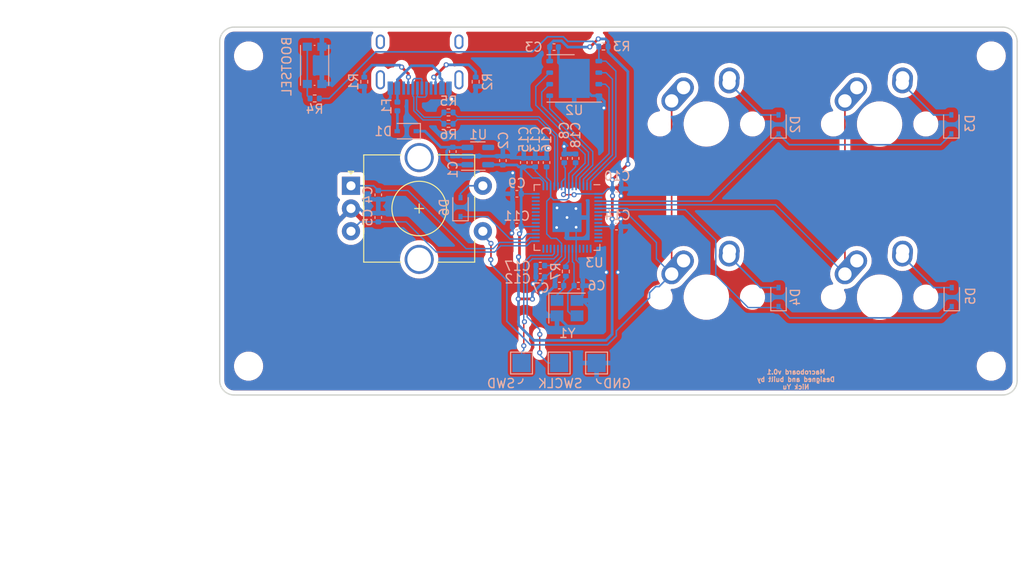
<source format=kicad_pcb>
(kicad_pcb (version 20211014) (generator pcbnew)
  (layers (0 "F.Cu" signal) (31 "B.Cu" signal) (34 "B.Paste" user) (35 "F.Paste" user) (36 "B.SilkS" user "B.Silkscreen") (37 "F.SilkS" user "F.Silkscreen") (38 "B.Mask" user) (39 "F.Mask" user) (44 "Edge.Cuts" user))
  (net 0 "")
  (net 1 "GND")
  (net 2 "ROW0")
  (net 3 "Net-(D1-Pad2)")
  (net 4 "ROW1")
  (net 5 "Net-(D2-Pad2)")
  (net 6 "Net-(D3-Pad2)")
  (net 7 "Net-(D4-Pad2)")
  (net 8 "D+")
  (net 9 "D-")
  (net 10 "COL0")
  (net 11 "COL1")
  (net 12 "VBUS")
  (net 16 "Net-(C1-Pad1)")
  (net 17 "+3.3V")
  (net 18 "+1V1")
  (net 19 "ROT0")
  (net 20 "ROT1")
  (net 21 "XIN")
  (net 22 "ROW2")
  (net 23 "Net-(D5-Pad2)")
  (net 24 "Net-(D6-Pad2)")
  (net 25 "SWD")
  (net 26 "SWCLK")
  (net 27 "BOOTSEL")
  (net 28 "QSPI_SS")
  (net 29 "XOUT")
  (net 30 "QSPI_SD3")
  (net 31 "QSPI_CLK")
  (net 32 "QSPI_SD0")
  (net 33 "QSPI_SD2")
  (net 34 "QSPI_SD1")
  (net 35 "Net-(C7-Pad2)")
  (net 36 "Net-(R1-Pad1)")
  (net 37 "Net-(R2-Pad1)")
  (footprint "MX_Alps_Hybrid:MX-1U-NoLED" (layer "F.Cu") (at 178.1125 88.45)
    (fp_text reference "MX2")
    (fp_text value "MX-NoLED" hide)
  )
  (footprint "Rotary_Encoder:RotaryEncoder_Alps_EC11E-Switch_Vertical_H20mm_CircularMountingHoles" (layer "F.Cu") (at 120 95.25)
    (fp_text reference "SW1" hide)
    (fp_text value "RotaryEncoder_Switch")
  )
  (footprint "MX_Alps_Hybrid:MX-1U-NoLED" (layer "F.Cu") (at 159.0625 107.5)
    (fp_text reference "MX3")
    (fp_text value "MX-NoLED" hide)
  )
  (footprint "MountingHole:MountingHole_2.2mm_M2" (layer "F.Cu") (at 108.74375 80.9625)
    (fp_text reference "H4" hide)
    (fp_text value "MountingHole" hide)
  )
  (footprint "MountingHole:MountingHole_2.2mm_M2" (layer "F.Cu") (at 190.3875 80.9625)
    (fp_text reference "H3" hide)
    (fp_text value "MountingHole" hide)
  )
  (footprint "MountingHole:MountingHole_2.2mm_M2" (layer "F.Cu") (at 190.3875 115.09375)
    (fp_text reference "H1" hide)
    (fp_text value "MountingHole" hide)
  )
  (footprint "MX_Alps_Hybrid:MX-1U-NoLED" (layer "F.Cu") (at 178.1125 107.5)
    (fp_text reference "MX4")
    (fp_text value "MX-NoLED" hide)
  )
  (footprint "MX_Alps_Hybrid:MX-1U-NoLED" (layer "F.Cu") (at 159.0625 88.45)
    (fp_text reference "MX1")
    (fp_text value "MX-NoLED" hide)
  )
  (footprint "MountingHole:MountingHole_2.2mm_M2" (layer "F.Cu") (at 108.74375 115.09375)
    (fp_text reference "H2" hide)
    (fp_text value "MountingHole" hide)
  )
  (footprint "Resistor_SMD:R_0402_1005Metric" (layer "B.Cu") (at 130.72 88.43)
    (fp_text reference "R6")
    (fp_text value "27.4")
  )
  (footprint "Crystal:Crystal_SMD_3225-4Pin_3.2x2.5mm" (layer "B.Cu") (at 143.75 108.71)
    (fp_text reference "Y1")
    (fp_text value "12MHz")
  )
  (footprint "Resistor_SMD:R_0402_1005Metric" (layer "B.Cu") (at 130.72 87.18)
    (fp_text reference "R5")
    (fp_text value "27.4")
  )
  (footprint "Diode_SMD:D_SOD-323" (layer "B.Cu") (at 132.04 97.6 90)
    (fp_text reference "D6")
    (fp_text value "D_Small")
  )
  (footprint "Type-C:HRO-TYPE-C-31-M-12-Assembly" (layer "B.Cu") (at 127.55 76.805)
    (fp_text reference "USB1" hide)
    (fp_text value "TYPE-C-31-M-12")
  )
  (footprint "Diode_SMD:D_SOD-323" (layer "B.Cu") (at 186 88.5 90)
    (fp_text reference "D3")
    (fp_text value "D_Small")
  )
  (footprint "Capacitor_SMD:C_0402_1005Metric" (layer "B.Cu") (at 138.24 96.13 180)
    (fp_text reference "C9")
    (fp_text value "100nF")
  )
  (footprint "Capacitor_SMD:C_0402_1005Metric" (layer "B.Cu") (at 142.325 79.99)
    (fp_text reference "C3")
    (fp_text value "100nF")
  )
  (footprint "TestPoint:TestPoint_Pad_2.0x2.0mm" (layer "B.Cu") (at 138.75 114.75 -90)
    (fp_text reference "J2" hide)
    (fp_text value "Conn_01x01_Male")
  )
  (footprint "Diode_SMD:D_SOD-323" (layer "B.Cu") (at 186.05 107.5 90)
    (fp_text reference "D5")
    (fp_text value "D_Small")
  )
  (footprint "Resistor_SMD:R_0402_1005Metric" (layer "B.Cu") (at 133.71 83.805 -90)
    (fp_text reference "R2")
    (fp_text value "5.1k")
  )
  (footprint "Fuse:Fuse_0402_1005Metric" (layer "B.Cu") (at 125.1 86.515 -90)
    (fp_text reference "F1")
    (fp_text value "Polyfuse")
  )
  (footprint "Package_SON:WSON-8-1EP_6x5mm_P1.27mm_EP3.4x4.3mm" (layer "B.Cu") (at 144.545 83.435 180)
    (fp_text reference "U2")
    (fp_text value "W25Q128JVPIQ")
  )
  (footprint "Capacitor_SMD:C_0402_1005Metric" (layer "B.Cu") (at 149.22 95.58)
    (fp_text reference "C10")
    (fp_text value "100nF")
  )
  (footprint "Capacitor_SMD:C_0402_1005Metric" (layer "B.Cu") (at 145 106.24 180)
    (fp_text reference "C6")
    (fp_text value "30pF")
  )
  (footprint "Capacitor_SMD:C_0402_1005Metric" (layer "B.Cu") (at 136.6975 92.48 90)
    (fp_text reference "C2")
    (fp_text value "10uF")
  )
  (footprint "Capacitor_SMD:C_0402_1005Metric" (layer "B.Cu") (at 123 96.25 -90)
    (fp_text reference "C4")
    (fp_text value "10nF")
  )
  (footprint "Package_TO_SOT_SMD:SOT-23-5" (layer "B.Cu") (at 133.9475 91.98)
    (fp_text reference "U1")
    (fp_text value "AP2112K-3.3")
  )
  (footprint "Capacitor_SMD:C_0402_1005Metric" (layer "B.Cu") (at 140.25 92.69 90)
    (fp_text reference "C13")
    (fp_text value "100nF")
  )
  (footprint "Diode_SMD:D_SOD-323" (layer "B.Cu") (at 167 107.5 90)
    (fp_text reference "D4")
    (fp_text value "D_Small")
  )
  (footprint "Resistor_SMD:R_0402_1005Metric" (layer "B.Cu") (at 116.01 85.64)
    (fp_text reference "R4")
    (fp_text value "1K")
  )
  (footprint "Capacitor_SMD:C_0402_1005Metric" (layer "B.Cu") (at 149.19 99.74)
    (fp_text reference "C14")
    (fp_text value "100nF")
  )
  (footprint "TestPoint:TestPoint_Pad_2.0x2.0mm" (layer "B.Cu") (at 147 114.75 -90)
    (fp_text reference "J1" hide)
    (fp_text value "Conn_01x01_Male")
  )
  (footprint "Diode_SMD:D_SOD-323" (layer "B.Cu") (at 167 88.5 90)
    (fp_text reference "D2")
    (fp_text value "D_Small")
  )
  (footprint "Capacitor_SMD:C_0402_1005Metric" (layer "B.Cu") (at 140.81 105.27 180)
    (fp_text reference "C12")
    (fp_text value "100nF")
  )
  (footprint "Capacitor_SMD:C_0402_1005Metric" (layer "B.Cu") (at 139 92.69 90)
    (fp_text reference "C15")
    (fp_text value "1uF")
  )
  (footprint "Diode_SMD:D_SOD-323" (layer "B.Cu") (at 126.13 89.24 180)
    (fp_text reference "D1")
    (fp_text value "D_Schottky_Small")
  )
  (footprint "Capacitor_SMD:C_0402_1005Metric" (layer "B.Cu") (at 142.91 106.23)
    (fp_text reference "C7")
    (fp_text value "30pF")
  )
  (footprint "Capacitor_SMD:C_0402_1005Metric" (layer "B.Cu") (at 131.1975 91.485285 -90)
    (fp_text reference "C1")
    (fp_text value "10uF")
  )
  (footprint "Capacitor_SMD:C_0402_1005Metric" (layer "B.Cu") (at 141.5 92.69 90)
    (fp_text reference "C16")
    (fp_text value "1uF")
  )
  (footprint "Resistor_SMD:R_0402_1005Metric" (layer "B.Cu") (at 143.62 104.68 90)
    (fp_text reference "R7")
    (fp_text value "1K")
  )
  (footprint "Capacitor_SMD:C_0402_1005Metric" (layer "B.Cu") (at 123 98.74 -90)
    (fp_text reference "C5")
    (fp_text value "10nF")
  )
  (footprint "Resistor_SMD:R_0402_1005Metric" (layer "B.Cu") (at 147.755 79.925 180)
    (fp_text reference "R3")
    (fp_text value "10k")
  )
  (footprint "Capacitor_SMD:C_0402_1005Metric" (layer "B.Cu") (at 140.81 104.03 180)
    (fp_text reference "C17")
    (fp_text value "100nF")
  )
  (footprint "Resistor_SMD:R_0402_1005Metric" (layer "B.Cu") (at 121.46 83.805 -90)
    (fp_text reference "R1")
    (fp_text value "5.1k")
  )
  (footprint "Package_DFN_QFN:QFN-56-1EP_7x7mm_P0.4mm_EP3.2x3.2mm" (layer "B.Cu") (at 143.75 98.74 180)
    (fp_text reference "U3")
    (fp_text value "RP2040")
  )
  (footprint "Capacitor_SMD:C_0402_1005Metric" (layer "B.Cu") (at 143.445 92.23 90)
    (fp_text reference "C8")
    (fp_text value "100nF")
  )
  (footprint "Capacitor_SMD:C_0402_1005Metric" (layer "B.Cu") (at 138.23 99.74 180)
    (fp_text reference "C11")
    (fp_text value "100nF")
  )
  (footprint "TestPoint:TestPoint_Pad_2.0x2.0mm" (layer "B.Cu") (at 142.89 114.75 -90)
    (fp_text reference "J3" hide)
    (fp_text value "Conn_01x01_Male")
  )
  (footprint "Button_Switch_SMD:SW_Push_1P1T_NO_CK_KMR2" (layer "B.Cu") (at 116 82 -90)
    (fp_text reference "SW2" hide)
    (fp_text value "SW_Push")
  )
  (footprint "Capacitor_SMD:C_0402_1005Metric" (layer "B.Cu") (at 144.695 92.23 90)
    (fp_text reference "C18")
    (fp_text value "100nF")
  )
  (gr_arc (start 147.5 117) (mid 147.146447 116.853553) (end 147 116.5) (layer "B.SilkS") (width 0.15))
  (gr_arc (start 138.896447 116.5) (mid 138.75 116.853553) (end 138.396447 117) (layer "B.SilkS") (width 0.15))
  (gr_line (start 191.646218 77.7875) (end 107.15625 77.7875) (layer "Edge.Cuts") (width 0.15))
  (gr_line (start 191.646218 118.26875) (end 107.15625 118.26875) (layer "Edge.Cuts") (width 0.15))
  (gr_arc (start 193.233718 116.68125) (mid 192.76875 117.803782) (end 191.646218 118.26875) (layer "Edge.Cuts") (width 0.15))
  (gr_arc (start 107.15625 118.26875) (mid 106.033718 117.803782) (end 105.56875 116.68125) (layer "Edge.Cuts") (width 0.15))
  (gr_line (start 105.56875 116.68125) (end 105.56875 79.375) (layer "Edge.Cuts") (width 0.15))
  (gr_arc (start 191.646218 77.7875) (mid 192.76875 78.252468) (end 193.233718 79.375) (layer "Edge.Cuts") (width 0.15))
  (gr_arc (start 105.56875 79.375) (mid 106.033718 78.252468) (end 107.15625 77.7875) (layer "Edge.Cuts") (width 0.15))
  (gr_line (start 193.233718 79.375) (end 193.233718 116.68125) (layer "Edge.Cuts") (width 0.15))
  (gr_text "BOOTSEL" (at 112.94 82.1 90) (layer "B.SilkS") (effects (font (size 1 1)) (justify mirror)))
  (gr_text "GND" (at 149.25 117) (layer "B.SilkS") (effects (font (size 1 1)) (justify mirror)))
  (gr_text "SWCLK" (at 143 117) (layer "B.SilkS") (effects (font (size 1 1)) (justify mirror)))
  (gr_text "Macroboard v0.1\nDesigned and built by\nNick Yu" (at 168.916282 116.560032) (layer "B.SilkS") (effects (font (size 0.508 0.508) (thickness 0.127)) (justify mirror)))
  (gr_text "SWD" (at 136.5 117) (layer "B.SilkS") (effects (font (size 1 1)) (justify mirror)))
  (segment (start 141.71 91.12) (end 138.02 91.12) (width 0.3) (layer "F.Cu") (net 1))
  (segment (start 137.672087 100.48918) (end 137.73 100.547093) (width 0.3) (layer "F.Cu") (net 1))
  (segment (start 149.66 98.89) (end 149.7 98.85) (width 0.3) (layer "F.Cu") (net 1))
  (segment (start 141.71 91.12) (end 141.91 90.92) (width 0.3) (layer "F.Cu") (net 1))
  (segment (start 141.91 90.92) (end 143.43 90.92) (width 0.3) (layer "F.Cu") (net 1))
  (segment (start 149.3335 104.77) (end 148.0865 104.77) (width 0.3) (layer "F.Cu") (net 1))
  (segment (start 140.02 106.14) (end 140.894266 107.014266) (width 0.3) (layer "F.Cu") (net 1))
  (segment (start 137.672087 100.467923) (end 137.672087 103.692087) (width 0.3) (layer "F.Cu") (net 1))
  (segment (start 149.7 96.78) (end 149.7 96.3743) (width 0.3) (layer "F.Cu") (net 1))
  (segment (start 137.672087 100.467923) (end 137.672087 100.48918) (width 0.3) (layer "F.Cu") (net 1))
  (segment (start 137.78 91.36) (end 137.78 93.83) (width 0.3) (layer "F.Cu") (net 1))
  (segment (start 140.02 106.04) (end 140.02 106.14) (width 0.3) (layer "F.Cu") (net 1))
  (segment (start 136.29 85.7) (end 141.71 91.12) (width 0.3) (layer "F.Cu") (net 1))
  (segment (start 149.7 98.85) (end 149.7 96.78) (width 0.3) (layer "F.Cu") (net 1))
  (segment (start 149.7 96.3743) (end 149.69 96.3643) (width 0.3) (layer "F.Cu") (net 1))
  (segment (start 137.672087 103.692087) (end 140.02 106.04) (width 0.3) (layer "F.Cu") (net 1))
  (segment (start 138.02 91.12) (end 137.78 91.36) (width 0.3) (layer "F.Cu") (net 1))
  (segment (start 131.07 85.7) (end 136.29 85.7) (width 0.3) (layer "F.Cu") (net 1))
  (via (at 140.02 106.04) (size 0.56) (drill 0.3) (layers "F.Cu" "B.Cu") (net 1))
  (via (at 143.43 90.92) (size 0.56) (drill 0.3) (layers "F.Cu" "B.Cu") (net 1))
  (via (at 141.71 91.12) (size 0.56) (drill 0.3) (layers "F.Cu" "B.Cu") (net 1))
  (via (at 147.795 86.685) (size 0.56) (drill 0.3) (layers "F.Cu" "B.Cu") (net 1))
  (via (at 143.75 98.74) (size 0.56) (drill 0.3) (layers "F.Cu" "B.Cu") (net 1))
  (via (at 148.0605 104.77) (size 0.56) (drill 0.3) (layers "F.Cu" "B.Cu") (net 1))
  (via (at 142.61 99.84) (size 0.56) (drill 0.3) (layers "F.Cu" "B.Cu") (net 1))
  (via (at 149.3595 104.77) (size 0.56) (drill 0.3) (layers "F.Cu" "B.Cu") (net 1))
  (via (at 144.73 97.76) (size 0.56) (drill 0.3) (layers "F.Cu" "B.Cu") (net 1))
  (via (at 142.65 97.68) (size 0.56) (drill 0.3) (layers "F.Cu" "B.Cu") (net 1))
  (via (at 149.66 98.89) (size 0.56) (drill 0.3) (layers "F.Cu" "B.Cu") (net 1))
  (via (at 131.07 85.7) (size 0.56) (drill 0.3) (layers "F.Cu" "B.Cu") (net 1))
  (via (at 149.69 96.3643) (size 0.56) (drill 0.3) (layers "F.Cu" "B.Cu") (net 1))
  (via (at 137.672087 100.467923) (size 0.56) (drill 0.3) (layers "F.Cu" "B.Cu") (net 1))
  (via (at 144.75 99.81) (size 0.56) (drill 0.3) (layers "F.Cu" "B.Cu") (net 1))
  (via (at 137.78 93.83) (size 0.56) (drill 0.3) (layers "F.Cu" "B.Cu") (net 1))
  (via (at 140.894266 107.014266) (size 0.56) (drill 0.3) (layers "F.Cu" "B.Cu") (net 1))
  (segment (start 147.8653 85.9603) (end 147.8653 86.6147) (width 0.3) (layer "B.Cu") (net 1))
  (segment (start 149.66 98.89) (end 149.67 98.9) (width 0.3) (layer "B.Cu") (net 1))
  (segment (start 147.8653 86.6147) (end 147.795 86.685) (width 0.3) (layer "B.Cu") (net 1))
  (segment (start 137.75 100.39001) (end 137.75 99.74) (width 0.3) (layer "B.Cu") (net 1))
  (segment (start 141.21 107.33) (end 141.33 107.33) (width 0.3) (layer "B.Cu") (net 1))
  (segment (start 137.76 96.13) (end 137.82 96.07) (width 0.3) (layer "B.Cu") (net 1))
  (segment (start 141.51 92.2) (end 141.5 92.21) (width 0.3) (layer "B.Cu") (net 1))
  (segment (start 142.805 81.695) (end 144.545 83.435) (width 0.3) (layer "B.Cu") (net 1))
  (segment (start 137.75 96.14) (end 137.76 96.13) (width 0.3) (layer "B.Cu") (net 1))
  (segment (start 124.325 85.575) (end 124.05 85.85) (width 0.3) (layer "B.Cu") (net 1))
  (segment (start 143.755 98.745) (end 143.75 98.74) (width 0.1524) (layer "B.Cu") (net 1))
  (segment (start 130.775 85.405) (end 131.07 85.7) (width 0.3) (layer "B.Cu") (net 1))
  (segment (start 146.27 108.69) (end 146.27 110.11) (width 0.3) (layer "B.Cu") (net 1))
  (segment (start 149.3335 104.77) (end 149.3595 104.77) (width 0.1524) (layer "B.Cu") (net 1))
  (segment (start 147.245 85.34) (end 147.8653 85.9603) (width 0.3) (layer "B.Cu") (net 1))
  (segment (start 140.33 105.27) (end 140.33 104.03) (width 0.3) (layer "B.Cu") (net 1))
  (segment (start 144.75 102.1775) (end 144.75 103.4) (width 0.1524) (layer "B.Cu") (net 1))
  (segment (start 145.83 104.77) (end 145.48 105.12) (width 0.3) (layer "B.Cu") (net 1))
  (segment (start 145.48 104.13) (end 145.48 105.12) (width 0.1524) (layer "B.Cu") (net 1))
  (segment (start 124.325 84.5) (end 124.325 85.575) (width 0.3) (layer "B.Cu") (net 1))
  (segment (start 137.76 93.85) (end 137.78 93.83) (width 0.3) (layer "B.Cu") (net 1))
  (segment (start 131.1975 91.98) (end 132.81 91.98) (width 0.3) (layer "B.Cu") (net 1))
  (segment (start 141.51 91.32) (end 141.51 92.2) (width 0.3) (layer "B.Cu") (net 1))
  (segment (start 122.23 85.85) (end 121.46 85.08) (width 0.3) (layer "B.Cu") (net 1))
  (segment (start 143.445 90.935) (end 143.43 90.92) (width 0.3) (layer "B.Cu") (net 1))
  (segment (start 144.75 99.74) (end 143.755 98.745) (width 0.1524) (layer "B.Cu") (net 1))
  (segment (start 149.67 98.9) (end 149.67 99.74) (width 0.3) (layer "B.Cu") (net 1))
  (segment (start 136.6975 92) (end 137.39 92) (width 0.3) (layer "B.Cu") (net 1))
  (segment (start 146.45 85.34) (end 144.545 83.435) (width 0.3) (layer "B.Cu") (net 1))
  (segment (start 149.67 103.58) (end 149.67 103.64) (width 0.3) (layer "B.Cu") (net 1))
  (segment (start 148.0865 104.77) (end 148.0605 104.77) (width 0.1524) (layer "B.Cu") (net 1))
  (segment (start 140.33 105.73) (end 140.02 106.04) (width 0.3) (layer "B.Cu") (net 1))
  (segment (start 149.67 103.64) (end 149.67 104.4335) (width 0.3) (layer "B.Cu") (net 1))
  (segment (start 141.84 109.56) (end 141.33 109.05) (width 0.3) (layer "B.Cu") (net 1))
  (segment (start 147.245 85.34) (end 146.45 85.34) (width 0.3) (layer "B.Cu") (net 1))
  (segment (start 140.33 105.27) (end 140.33 105.73) (width 0.3) (layer "B.Cu") (net 1))
  (segment (start 124.05 85.85) (end 122.23 85.85) (width 0.3) (layer "B.Cu") (net 1))
  (segment (start 143.445 91.75) (end 144.695 91.75) (width 0.1524) (layer "B.Cu") (net 1))
  (segment (start 123 96.73) (end 123 98.26) (width 0.3) (layer "B.Cu") (net 1))
  (segment (start 137.39 92) (end 137.6 92.21) (width 0.3) (layer "B.Cu") (net 1))
  (segment (start 137.6 92.21) (end 139 92.21) (width 0.3) (layer "B.Cu") (net 1))
  (segment (start 142.805 79.99) (end 142.805 81.695) (width 0.3) (layer "B.Cu") (net 1))
  (segment (start 145.48 107.23) (end 144.85 107.86) (width 0.3) (layer "B.Cu") (net 1))
  (segment (start 143.445 91.75) (end 143.445 90.935) (width 0.3) (layer "B.Cu") (net 1))
  (segment (start 122.91 98.35) (end 123 98.26) (width 0.3) (layer "B.Cu") (net 1))
  (segment (start 133.71 84.89) (end 133.71 84.315) (width 0.3) (layer "B.Cu") (net 1))
  (segment (start 121.54 98.35) (end 122.91 98.35) (width 0.3) (layer "B.Cu") (net 1))
  (segment (start 148.0865 104.77) (end 145.83 104.77) (width 0.3) (layer "B.Cu") (net 1))
  (segment (start 136.6975 92) (end 132.83 92) (width 0.3) (layer "B.Cu") (net 1))
  (segment (start 137.75 99.74) (end 137.75 96.14) (width 0.3) (layer "B.Cu") (net 1))
  (segment (start 144.85 107.86) (end 145.44 107.86) (width 0.3) (layer "B.Cu") (net 1))
  (segment (start 132.9 85.7) (end 133.71 84.89) (width 0.3) (layer "B.Cu") (net 1))
  (segment (start 131.07 85.7) (end 132.9 85.7) (width 0.3) (layer "B.Cu") (net 1))
  (segment (start 137.76 96.13) (end 137.76 93.85) (width 0.3) (layer "B.Cu") (net 1))
  (segment (start 141.33 109.05) (end 141.33 107.33) (width 0.3) (layer "B.Cu") (net 1))
  (segment (start 145.44 107.86) (end 146.27 108.69) (width 0.3) (layer "B.Cu") (net 1))
  (segment (start 144.75 102.1775) (end 144.75 99.81) (width 0.1524) (layer "B.Cu") (net 1))
  (segment (start 141.71 91.12) (end 141.51 91.32) (width 0.3) (layer "B.Cu") (net 1))
  (segment (start 140.894266 107.014266) (end 141.21 107.33) (width 0.3) (layer "B.Cu") (net 1))
  (segment (start 132.83 92) (end 132.81 91.98) (width 0.3) (layer "B.Cu") (net 1))
  (segment (start 149.7 96.3543) (end 149.69 96.3643) (width 0.3) (layer "B.Cu") (net 1))
  (segment (start 149.67 103.58) (end 149.67 99.74) (width 0.3) (layer "B.Cu") (net 1))
  (segment (start 144.75 99.81) (end 144.75 99.75) (width 0.1524) (layer "B.Cu") (net 1))
  (segment (start 144.75 103.4) (end 145.48 104.13) (width 0.1524) (layer "B.Cu") (net 1))
  (segment (start 142.65 109.56) (end 141.84 109.56) (width 0.3) (layer "B.Cu") (net 1))
  (segment (start 149.7 95.58) (end 149.7 96.3543) (width 0.3) (layer "B.Cu") (net 1))
  (segment (start 145.48 106.24) (end 145.48 105.12) (width 0.3) (layer "B.Cu") (net 1))
  (segment (start 116.8 79.95) (end 116.8 84.05) (width 0.3) (layer "B.Cu") (net 1))
  (segment (start 145.48 106.24) (end 145.48 107.23) (width 0.3) (layer "B.Cu") (net 1))
  (segment (start 141.5 92.21) (end 139 92.21) (width 0.3) (layer "B.Cu") (net 1))
  (segment (start 137.672087 100.467923) (end 137.75 100.39001) (width 0.3) (layer "B.Cu") (net 1))
  (segment (start 141.33 107.33) (end 142.43 106.23) (width 0.3) (layer "B.Cu") (net 1))
  (segment (start 149.67 104.4335) (end 149.3335 104.77) (width 0.3) (layer "B.Cu") (net 1))
  (segment (start 143.79 110.7) (end 142.65 109.56) (width 0.3) (layer "B.Cu") (net 1))
  (segment (start 144.75 99.75) (end 144.75 99.74) (width 0.1524) (layer "B.Cu") (net 1))
  (segment (start 121.46 85.08) (end 121.46 84.315) (width 0.3) (layer "B.Cu") (net 1))
  (segment (start 145.68 110.7) (end 143.79 110.7) (width 0.3) (layer "B.Cu") (net 1))
  (segment (start 120.94 97.75) (end 121.54 98.35) (width 0.3) (layer "B.Cu") (net 1))
  (segment (start 120 97.75) (end 120.94 97.75) (width 0.3) (layer "B.Cu") (net 1))
  (segment (start 146.27 110.11) (end 145.68 110.7) (width 0.3) (layer "B.Cu") (net 1))
  (segment (start 130.775 84.5) (end 130.775 85.405) (width 0.3) (layer "B.Cu") (net 1))
  (segment (start 184.816579 90.733421) (end 186 89.55) (width 0.18) (layer "B.Cu") (net 2))
  (segment (start 168.183421 90.733421) (end 184.816579 90.733421) (width 0.18) (layer "B.Cu") (net 2))
  (segment (start 159.61 96.94) (end 167 89.55) (width 0.1524) (layer "B.Cu") (net 2))
  (segment (start 167 89.55) (end 168.183421 90.733421) (width 0.18) (layer "B.Cu") (net 2))
  (segment (start 147.1875 96.94) (end 159.61 96.94) (width 0.1524) (layer "B.Cu") (net 2))
  (segment (start 125.1 89.22) (end 125.08 89.24) (width 0.3) (layer "B.Cu") (net 3))
  (segment (start 125.1 87) (end 125.1 89.22) (width 0.3) (layer "B.Cu") (net 3))
  (segment (start 168.233421 109.783421) (end 167 108.55) (width 0.18) (layer "B.Cu") (net 4))
  (segment (start 156.76 97.89) (end 150.531948 97.89) (width 0.1524) (layer "B.Cu") (net 4))
  (segment (start 163.665855 108.650721) (end 160.104658 105.089524) (width 0.1524) (layer "B.Cu") (net 4))
  (segment (start 160.104658 105.089524) (end 160.104658 101.234658) (width 0.1524) (layer "B.Cu") (net 4))
  (segment (start 184.816579 109.783421) (end 168.233421 109.783421) (width 0.18) (layer "B.Cu") (net 4))
  (segment (start 150.531948 97.89) (end 150.381948 97.74) (width 0.1524) (layer "B.Cu") (net 4))
  (segment (start 167 108.55) (end 166.899279 108.650721) (width 0.1524) (layer "B.Cu") (net 4))
  (segment (start 186.05 108.55) (end 184.816579 109.783421) (width 0.18) (layer "B.Cu") (net 4))
  (segment (start 160.104658 101.234658) (end 156.76 97.89) (width 0.1524) (layer "B.Cu") (net 4))
  (segment (start 166.899279 108.650721) (end 163.665855 108.650721) (width 0.1524) (layer "B.Cu") (net 4))
  (segment (start 150.381948 97.74) (end 147.1875 97.74) (width 0.1524) (layer "B.Cu") (net 4))
  (segment (start 165.0625 87.45) (end 167 87.45) (width 0.18) (layer "B.Cu") (net 5))
  (segment (start 161.5625 83.95) (end 165.0625 87.45) (width 0.18) (layer "B.Cu") (net 5))
  (segment (start 180.6125 84.0125) (end 184.05 87.45) (width 0.18) (layer "B.Cu") (net 6))
  (segment (start 180.6125 83.95) (end 180.6125 84.0125) (width 0.18) (layer "B.Cu") (net 6))
  (segment (start 184.05 87.45) (end 186 87.45) (width 0.18) (layer "B.Cu") (net 6))
  (segment (start 161.5625 103) (end 165.0125 106.45) (width 0.18) (layer "B.Cu") (net 7))
  (segment (start 165.0125 106.45) (end 167 106.45) (width 0.18) (layer "B.Cu") (net 7))
  (segment (start 128.040374 87.7) (end 129.8 87.7) (width 0.1524) (layer "B.Cu") (net 8))
  (segment (start 130.21 87.18) (end 131.23 87.18) (width 0.1524) (layer "B.Cu") (net 8))
  (segment (start 129.8 87.7) (end 130.21 87.29) (width 0.1524) (layer "B.Cu") (net 8))
  (segment (start 142.702401 95.254901) (end 142.702401 89.686873) (width 0.1524) (layer "B.Cu") (net 8))
  (segment (start 128.3 85.33) (end 128.3 84.5) (width 0.1524) (layer "B.Cu") (net 8))
  (segment (start 127.4126 85.49) (end 128.14 85.49) (width 0.1524) (layer "B.Cu") (net 8))
  (segment (start 142.75 95.3025) (end 142.702401 95.254901) (width 0.1524) (layer "B.Cu") (net 8))
  (segment (start 128.14 85.49) (end 128.3 85.33) (width 0.1524) (layer "B.Cu") (net 8))
  (segment (start 130.21 87.29) (end 130.21 87.18) (width 0.1524) (layer "B.Cu") (net 8))
  (segment (start 140.668127 87.652599) (end 131.702599 87.652599) (width 0.1524) (layer "B.Cu") (net 8))
  (segment (start 127.3 85.3774) (end 127.4126 85.49) (width 0.1524) (layer "B.Cu") (net 8))
  (segment (start 127.21 85.4674) (end 127.21 86.869626) (width 0.1524) (layer "B.Cu") (net 8))
  (segment (start 142.702401 89.686873) (end 140.668127 87.652599) (width 0.1524) (layer "B.Cu") (net 8))
  (segment (start 131.702599 87.652599) (end 131.23 87.18) (width 0.1524) (layer "B.Cu") (net 8))
  (segment (start 127.21 86.869626) (end 128.040374 87.7) (width 0.1524) (layer "B.Cu") (net 8))
  (segment (start 127.3 84.5) (end 127.3 85.3774) (width 0.1524) (layer "B.Cu") (net 8))
  (segment (start 127.3 85.3774) (end 127.21 85.4674) (width 0.1524) (layer "B.Cu") (net 8))
  (segment (start 127.083947 87.173946) (end 127.914321 88.00432) (width 0.1524) (layer "B.Cu") (net 9))
  (segment (start 131.23 88.43) (end 130.21 88.43) (width 0.1524) (layer "B.Cu") (net 9))
  (segment (start 126.8 83.6226) (end 126.9726 83.45) (width 0.1524) (layer "B.Cu") (net 9))
  (segment (start 129.78432 88.00432) (end 130.21 88.43) (width 0.1524) (layer "B.Cu") (net 9))
  (segment (start 126.90568 85.48568) (end 126.90568 86.99568) (width 0.1524) (layer "B.Cu") (net 9))
  (segment (start 126.90568 86.99568) (end 127.083947 87.173946) (width 0.1524) (layer "B.Cu") (net 9))
  (segment (start 127.914321 88.00432) (end 129.78432 88.00432) (width 0.1524) (layer "B.Cu") (net 9))
  (segment (start 142.397599 89.813127) (end 140.541873 87.957401) (width 0.1524) (layer "B.Cu") (net 9))
  (segment (start 126.8 85.38) (end 126.90568 85.48568) (width 0.1524) (layer "B.Cu") (net 9))
  (segment (start 126.9726 83.45) (end 127.7 83.45) (width 0.1524) (layer "B.Cu") (net 9))
  (segment (start 142.397599 95.254901) (end 142.397599 89.813127) (width 0.1524) (layer "B.Cu") (net 9))
  (segment (start 127.7 83.45) (end 127.8 83.55) (width 0.1524) (layer "B.Cu") (net 9))
  (segment (start 131.702599 87.957401) (end 131.23 88.43) (width 0.1524) (layer "B.Cu") (net 9))
  (segment (start 126.8 84.5) (end 126.8 85.38) (width 0.1524) (layer "B.Cu") (net 9))
  (segment (start 126.8 84.5) (end 126.8 83.6226) (width 0.1524) (layer "B.Cu") (net 9))
  (segment (start 127.8 83.55) (end 127.8 84.5) (width 0.1524) (layer "B.Cu") (net 9))
  (segment (start 140.541873 87.957401) (end 131.702599 87.957401) (width 0.1524) (layer "B.Cu") (net 9))
  (segment (start 142.35 95.3025) (end 142.397599 95.254901) (width 0.1524) (layer "B.Cu") (net 9))
  (segment (start 135.39 103.3595) (end 135.37 103.3795) (width 0.18) (layer "F.Cu") (net 10))
  (segment (start 155.2525 85.91) (end 155.2525 104.96) (width 0.18) (layer "F.Cu") (net 10))
  (segment (start 135.39 101.5905) (end 135.39 103.3595) (width 0.18) (layer "F.Cu") (net 10))
  (via (at 135.39 101.5905) (size 0.56) (drill 0.3) (layers "F.Cu" "B.Cu") (net 10))
  (via (at 135.37 103.3795) (size 0.56) (drill 0.3) (layers "F.Cu" "B.Cu") (net 10))
  (segment (start 152.817979 107.017639) (end 153.500139 106.335479) (width 0.18) (layer "B.Cu") (net 10))
  (segment (start 134.5 100.25) (end 134.5 100.7005) (width 0.18) (layer "B.Cu") (net 10))
  (segment (start 152.817979 107.572021) (end 152.817979 107.017639) (width 0.18) (layer "B.Cu") (net 10))
  (segment (start 147.1875 98.14) (end 150.22 98.14) (width 0.1524) (layer "B.Cu") (net 10))
  (segment (start 139.73 112.75) (end 148.189859 112.75) (width 0.18) (layer "B.Cu") (net 10))
  (segment (start 153.500139 106.335479) (end 153.877021 106.335479) (width 0.18) (layer "B.Cu") (net 10))
  (segment (start 148.189859 112.75) (end 149.16952 111.770339) (width 0.18) (layer "B.Cu") (net 10))
  (segment (start 149.16952 111.770339) (end 149.16952 111.22048) (width 0.18) (layer "B.Cu") (net 10))
  (segment (start 149.16952 111.22048) (end 152.817979 107.572021) (width 0.18) (layer "B.Cu") (net 10))
  (segment (start 134.5 100.7005) (end 135.39 101.5905) (width 0.18) (layer "B.Cu") (net 10))
  (segment (start 153.877021 106.335479) (end 155.2525 104.96) (width 0.18) (layer "B.Cu") (net 10))
  (segment (start 150.22 98.14) (end 153.58 101.5) (width 0.1524) (layer "B.Cu") (net 10))
  (segment (start 153.58 101.5) (end 153.58 103.2875) (width 0.1524) (layer "B.Cu") (net 10))
  (segment (start 135.37 103.88) (end 137.14 105.65) (width 0.18) (layer "B.Cu") (net 10))
  (segment (start 137.14 105.65) (end 137.14 110.16) (width 0.18) (layer "B.Cu") (net 10))
  (segment (start 135.37 103.3795) (end 135.37 103.88) (width 0.18) (layer "B.Cu") (net 10))
  (segment (start 137.14 110.16) (end 139.73 112.75) (width 0.18) (layer "B.Cu") (net 10))
  (segment (start 153.58 103.2875) (end 155.2525 104.96) (width 0.1524) (layer "B.Cu") (net 10))
  (segment (start 174.3025 85.91) (end 174.3025 104.96) (width 0.18) (layer "F.Cu") (net 11))
  (segment (start 174.4875 104.625) (end 175.6125 103.5) (width 0.25) (layer "F.Cu") (net 11))
  (segment (start 166.6825 97.34) (end 174.3025 104.96) (width 0.1524) (layer "B.Cu") (net 11))
  (segment (start 147.1875 97.34) (end 166.6825 97.34) (width 0.1524) (layer "B.Cu") (net 11))
  (segment (start 126.645978 82.04) (end 128.95 82.04) (width 0.3) (layer "B.Cu") (net 12))
  (segment (start 128.95 82.04) (end 129.765479 82.855479) (width 0.3) (layer "B.Cu") (net 12))
  (segment (start 129.765479 83.334397) (end 130 83.568918) (width 0.3) (layer "B.Cu") (net 12))
  (segment (start 125.1 84.5) (end 125.1 83.585978) (width 0.3) (layer "B.Cu") (net 12))
  (segment (start 125.1 83.585978) (end 126.645978 82.04) (width 0.3) (layer "B.Cu") (net 12))
  (segment (start 125.1 84.5) (end 125.1 86.03) (width 0.3) (layer "B.Cu") (net 12))
  (segment (start 130 83.568918) (end 130 84.5) (width 0.3) (layer "B.Cu") (net 12))
  (segment (start 129.765479 82.855479) (end 129.765479 83.334397) (width 0.3) (layer "B.Cu") (net 12))
  (segment (start 132.81 91.03) (end 131.222215 91.03) (width 0.3) (layer "B.Cu") (net 16))
  (segment (start 131.2075 92.93) (end 131.1975 92.94) (width 0.3) (layer "B.Cu") (net 16))
  (segment (start 128.12 89.24) (end 127.18 89.24) (width 0.3) (layer "B.Cu") (net 16))
  (segment (start 129.885285 91.005285) (end 128.12 89.24) (width 0.3) (layer "B.Cu") (net 16))
  (segment (start 131.1975 91.005285) (end 129.885285 91.005285) (width 0.3) (layer "B.Cu") (net 16))
  (segment (start 131.222215 91.03) (end 131.1975 91.005285) (width 0.3) (layer "B.Cu") (net 16))
  (segment (start 130.51798 91.41952) (end 130.932215 91.005285) (width 0.3) (layer "B.Cu") (net 16))
  (segment (start 130.932215 91.005285) (end 131.1975 91.005285) (width 0.3) (layer "B.Cu") (net 16))
  (segment (start 131.1975 92.94) (end 131.12693 92.94) (width 0.3) (layer "B.Cu") (net 16))
  (segment (start 132.81 92.93) (end 131.2075 92.93) (width 0.3) (layer "B.Cu") (net 16))
  (segment (start 131.12693 92.94) (end 130.51798 92.33105) (width 0.3) (layer "B.Cu") (net 16))
  (segment (start 130.51798 92.33105) (end 130.51798 91.41952) (width 0.3) (layer "B.Cu") (net 16))
  (segment (start 146.305 79.965) (end 146.255 79.965) (width 0.3) (layer "F.Cu") (net 17))
  (segment (start 147.180181 79.089819) (end 146.305 79.965) (width 0.3) (layer "F.Cu") (net 17))
  (segment (start 143.387335 96.235332) (end 143.366303 96.2143) (width 0.1524) (layer "F.Cu") (net 17))
  (segment (start 148.73 94.58) (end 150.44 92.87) (width 0.3) (layer "F.Cu") (net 17))
  (segment (start 139.94334 107.72) (end 139.92334 107.7) (width 0.3) (layer "F.Cu") (net 17))
  (segment (start 148.73 98.89) (end 148.73 96.79) (width 0.3) (layer "F.Cu") (net 17))
  (segment (start 138.526585 100.530011) (end 138.526585 102.973415) (width 0.3) (layer "F.Cu") (net 17))
  (segment (start 139.92334 107.7) (end 138.39 107.7) (width 0.3) (layer "F.Cu") (net 17))
  (segment (start 144.4997 96.235332) (end 143.387335 96.235332) (width 0.1524) (layer "F.Cu") (net 17))
  (segment (start 147.188499 79.089819) (end 147.180181 79.089819) (width 0.3) (layer "F.Cu") (net 17))
  (segment (start 138.526585 102.973415) (end 138.42 103.08) (width 0.3) (layer "F.Cu") (net 17))
  (segment (start 148.73 96.3843) (end 148.75 96.3643) (width 0.3) (layer "F.Cu") (net 17))
  (segment (start 148.72 98.9) (end 148.73 98.89) (width 0.3) (layer "F.Cu") (net 17))
  (segment (start 148.73 96.79) (end 148.73 96.3843) (width 0.3) (layer "F.Cu") (net 17))
  (segment (start 148.73 94.59) (end 148.73 94.58) (width 0.3) (layer "F.Cu") (net 17))
  (via (at 138.39 107.7) (size 0.56) (drill 0.3) (layers "F.Cu" "B.Cu") (net 17))
  (via (at 143.366303 96.2143) (size 0.56) (drill 0.3) (layers "F.Cu" "B.Cu") (net 17))
  (via (at 148.73 94.59) (size 0.56) (drill 0.3) (layers "F.Cu" "B.Cu") (net 17))
  (via (at 148.72 98.9) (size 0.56) (drill 0.3) (layers "F.Cu" "B.Cu") (net 17))
  (via (at 150.44 92.87) (size 0.56) (drill 0.3) (layers "F.Cu" "B.Cu") (net 17))
  (via (at 138.526585 100.530011) (size 0.56) (drill 0.3) (layers "F.Cu" "B.Cu") (net 17))
  (via (at 146.255 79.965) (size 0.56) (drill 0.3) (layers "F.Cu" "B.Cu") (net 17))
  (via (at 138.42 103.08) (size 0.56) (drill 0.3) (layers "F.Cu" "B.Cu") (net 17))
  (via (at 139.94334 107.72) (size 0.56) (drill 0.3) (layers "F.Cu" "B.Cu") (net 17))
  (via (at 144.5257 96.235332) (size 0.56) (drill 0.3) (layers "F.Cu" "B.Cu") (net 17))
  (via (at 147.188499 79.089819) (size 0.56) (drill 0.3) (layers "F.Cu" "B.Cu") (net 17))
  (via (at 148.75 96.3643) (size 0.56) (drill 0.3) (layers "F.Cu" "B.Cu") (net 17))
  (segment (start 147.188499 79.089819) (end 147.979819 79.089819) (width 0.3) (layer "B.Cu") (net 17))
  (segment (start 135.085 92.93) (end 136.6675 92.93) (width 0.3) (layer "B.Cu") (net 17))
  (segment (start 136.6675 92.93) (end 136.6975 92.96) (width 0.3) (layer "B.Cu") (net 17))
  (segment (start 138.71 96.14) (end 138.71 99.74) (width 0.3) (layer "B.Cu") (net 17))
  (segment (start 138.42 103.08) (end 138.42002 103.08002) (width 0.3) (layer "B.Cu") (net 17))
  (segment (start 141.15 94.8) (end 141.15 95.3025) (width 0.1524) (layer "B.Cu") (net 17))
  (segment (start 143.55 94.39) (end 143.55 93.3) (width 0.1524) (layer "B.Cu") (net 17))
  (segment (start 138.72 96.13) (end 138.71 96.14) (width 0.3) (layer "B.Cu") (net 17))
  (segment (start 148.71 111.58) (end 148.71 99.74) (width 0.3) (layer "B.Cu") (net 17))
  (segment (start 143.15 94.79) (end 143.55 94.39) (width 0.1524) (layer "B.Cu") (net 17))
  (segment (start 148.74 95.58) (end 148.74 94.6) (width 0.3) (layer "B.Cu") (net 17))
  (segment (start 147.1875 96.14) (end 147.67 96.14) (width 0.1524) (layer "B.Cu") (net 17))
  (segment (start 143.55 93.3) (end 143.445 93.195) (width 0.1524) (layer "B.Cu") (net 17))
  (segment (start 143.55 102.1775) (end 143.55 103.14) (width 0.1524) (layer "B.Cu") (net 17))
  (segment (start 138.71 100.346596) (end 138.71 99.74) (width 0.3) (layer "B.Cu") (net 17))
  (segment (start 143.15605 79.31048) (end 143.83557 79.99) (width 0.3) (layer "B.Cu") (net 17))
  (segment (start 143.55 95.3025) (end 143.55 94.39) (width 0.1524) (layer "B.Cu") (net 17))
  (segment (start 143.445 93.195) (end 143.445 92.71) (width 0.1524) (layer "B.Cu") (net 17))
  (segment (start 138.71 96.12) (end 138.72 96.13) (width 0.3) (layer "B.Cu") (net 17))
  (segment (start 139.96 94.39) (end 140.74 94.39) (width 0.1524) (layer "B.Cu") (net 17))
  (segment (start 140.3125 99.74) (end 138.71 99.74) (width 0.1524) (layer "B.Cu") (net 17))
  (segment (start 147.67 96.14) (end 148.23 95.58) (width 0.1524) (layer "B.Cu") (net 17))
  (segment (start 148.74 94.6) (end 148.73 94.59) (width 0.3) (layer "B.Cu") (net 17))
  (segment (start 138.73 96.14) (end 138.72 96.13) (width 0.1524) (layer "B.Cu") (net 17))
  (segment (start 138.42002 110.57002) (end 140.1 112.25) (width 0.3) (layer "B.Cu") (net 17))
  (segment (start 146.255 79.97) (end 146.255 79.965) (width 0.3) (layer "B.Cu") (net 17))
  (segment (start 139 93.17) (end 138.71 93.46) (width 0.3) (layer "B.Cu") (net 17))
  (segment (start 138.42002 103.08002) (end 138.42002 110.57002) (width 0.3) (layer "B.Cu") (net 17))
  (segment (start 139 93.17) (end 138.44 93.17) (width 0.3) (layer "B.Cu") (net 17))
  (segment (start 147.1875 99.74) (end 148.71 99.74) (width 0.1524) (layer "B.Cu") (net 17))
  (segment (start 147.979819 79.089819) (end 148.265 79.375) (width 0.3) (layer "B.Cu") (net 17))
  (segment (start 140.25 93.602053) (end 140.25 93.17) (width 0.1524) (layer "B.Cu") (net 17))
  (segment (start 146.235 79.99) (end 146.255 79.97) (width 0.3) (layer "B.Cu") (net 17))
  (segment (start 143.366303 96.2403) (end 143.55 96.056603) (width 0.1524) (layer "B.Cu") (net 17))
  (segment (start 142.26952 79.31048) (end 143.15605 79.31048) (width 0.3) (layer "B.Cu") (net 17))
  (segment (start 141.845 79.735) (end 142.26952 79.31048) (width 0.3) (layer "B.Cu") (net 17))
  (segment (start 141.03 105.53) (end 141.29 105.27) (width 0.3) (layer "B.Cu") (net 17))
  (segment (start 138.526585 100.530011) (end 138.71 100.346596) (width 0.3) (layer "B.Cu") (net 17))
  (segment (start 140.25 93.17) (end 139 93.17) (width 0.3) (layer "B.Cu") (net 17))
  (segment (start 148.23 95.58) (end 148.74 95.58) (width 0.1524) (layer "B.Cu") (net 17))
  (segment (start 140.74 94.39) (end 141.15 94.8) (width 0.1524) (layer "B.Cu") (net 17))
  (segment (start 140.3125 96.14) (end 138.73 96.14) (width 0.1524) (layer "B.Cu") (net 17))
  (segment (start 143.366303 96.2403) (end 143.366303 96.2143) (width 0.1524) (layer "B.Cu") (net 17))
  (segment (start 148.75 95.59) (end 148.74 95.58) (width 0.3) (layer "B.Cu") (net 17))
  (segment (start 150.44 92.87) (end 150.44 82.69) (width 0.3) (layer "B.Cu") (net 17))
  (segment (start 141.55 95.3025) (end 141.55 94.902053) (width 0.1524) (layer "B.Cu") (net 17))
  (segment (start 141.42 105.27) (end 141.29 105.27) (width 0.1524) (layer "B.Cu") (net 17))
  (segment (start 138.71 93.46) (end 138.71 96.12) (width 0.3) (layer "B.Cu") (net 17))
  (segment (start 143.15 95.3025) (end 143.15 94.79) (width 0.1524) (layer "B.Cu") (net 17))
  (segment (start 144.4997 96.235332) (end 144.595032 96.14) (width 0.1524) (layer "B.Cu") (net 17))
  (segment (start 140.1 112.25) (end 148.04 112.25) (width 0.3) (layer "B.Cu") (net 17))
  (segment (start 144.4997 96.235332) (end 144.5257 96.235332) (width 0.1524) (layer "B.Cu") (net 17))
  (segment (start 148.265 79.375) (end 148.265 79.925) (width 0.3) (layer "B.Cu") (net 17))
  (segment (start 150.44 82.69) (end 148.265 80.515) (width 0.3) (layer "B.Cu") (net 17))
  (segment (start 139 93.17) (end 139 93.43) (width 0.1524) (layer "B.Cu") (net 17))
  (segment (start 139 93.43) (end 139.96 94.39) (width 0.1524) (layer "B.Cu") (net 17))
  (segment (start 144.595032 96.14) (end 147.1875 96.14) (width 0.1524) (layer "B.Cu") (net 17))
  (segment (start 141.03 105.96) (end 141.03 105.53) (width 0.3) (layer "B.Cu") (net 17))
  (segment (start 143.83557 79.99) (end 146.235 79.99) (width 0.3) (layer "B.Cu") (net 17))
  (segment (start 148.04 112.25) (end 148.71 111.58) (width 0.3) (layer "B.Cu") (net 17))
  (segment (start 138.44 93.17) (end 138.23 92.96) (width 0.3) (layer "B.Cu") (net 17))
  (segment (start 143.55 96.056603) (end 143.55 95.3025) (width 0.1524) (layer "B.Cu") (net 17))
  (segment (start 139.94334 107.04666) (end 141.03 105.96) (width 0.3) (layer "B.Cu") (net 17))
  (segment (start 148.72 98.9) (end 148.72 99.73) (width 0.3) (layer "B.Cu") (net 17))
  (segment (start 139.12952 93.29952) (end 139 93.17) (width 0.3) (layer "B.Cu") (net 17))
  (segment (start 141.845 79.99) (end 141.845 79.735) (width 0.3) (layer "B.Cu") (net 17))
  (segment (start 138.23 92.96) (end 136.6975 92.96) (width 0.3) (layer "B.Cu") (net 17))
  (segment (start 141.55 94.902053) (end 140.25 93.602053) (width 0.1524) (layer "B.Cu") (net 17))
  (segment (start 148.75 96.3643) (end 148.75 95.59) (width 0.3) (layer "B.Cu") (net 17))
  (segment (start 141.845 81.53) (end 141.845 79.99) (width 0.3) (layer "B.Cu") (net 17))
  (segment (start 139.94334 107.72) (end 139.94334 107.04666) (width 0.3) (layer "B.Cu") (net 17))
  (segment (start 143.55 103.14) (end 141.42 105.27) (width 0.1524) (layer "B.Cu") (net 17))
  (segment (start 148.72 99.73) (end 148.71 99.74) (width 0.3) (layer "B.Cu") (net 17))
  (segment (start 141.37 105.35) (end 141.29 105.27) (width 0.3) (layer "B.Cu") (net 17))
  (segment (start 148.265 80.515) (end 148.265 79.925) (width 0.3) (layer "B.Cu") (net 17))
  (segment (start 143.15 103.014026) (end 142.134026 104.03) (width 0.1524) (layer "B.Cu") (net 18))
  (segment (start 143.15 101.59) (end 142.59 101.03) (width 0.1524) (layer "B.Cu") (net 18))
  (segment (start 143.15 102.1775) (end 143.15 101.59) (width 0.1524) (layer "B.Cu") (net 18))
  (segment (start 142 101.03) (end 141.52 100.55) (width 0.1524) (layer "B.Cu") (net 18))
  (segment (start 141.52 100.55) (end 141.52 96.95) (width 0.1524) (layer "B.Cu") (net 18))
  (segment (start 143.729989 96.790011) (end 142.270011 96.790011) (width 0.1524) (layer "B.Cu") (net 18))
  (segment (start 144.695 93.165) (end 144.695 92.71) (width 0.1524) (layer "B.Cu") (net 18))
  (segment (start 143.95 96.57) (end 143.729989 96.790011) (width 0.1524) (layer "B.Cu") (net 18))
  (segment (start 143.95 95.3025) (end 143.95 95.35572) (width 0.1524) (layer "B.Cu") (net 18))
  (segment (start 142.270011 96.790011) (end 141.95 96.47) (width 0.1524) (layer "B.Cu") (net 18))
  (segment (start 143.95 93.91) (end 144.695 93.165) (width 0.1524) (layer "B.Cu") (net 18))
  (segment (start 141.95 94.776079) (end 141.5 94.326079) (width 0.1524) (layer "B.Cu") (net 18))
  (segment (start 142.59 101.03) (end 142 101.03) (width 0.1524) (layer "B.Cu") (net 18))
  (segment (start 142.134026 104.03) (end 141.29 104.03) (width 0.1524) (layer "B.Cu") (net 18))
  (segment (start 141.5 94.326079) (end 141.5 93.17) (width 0.1524) (layer "B.Cu") (net 18))
  (segment (start 143.15 102.1775) (end 143.15 103.014026) (width 0.1524) (layer "B.Cu") (net 18))
  (segment (start 143.94572 95.30678) (end 143.94572 95.36) (width 0.1524) (layer "B.Cu") (net 18))
  (segment (start 143.94572 95.30678) (end 143.95 95.3025) (width 0.1524) (layer "B.Cu") (net 18))
  (segment (start 143.95 95.35572) (end 143.94572 95.36) (width 0.1524) (layer "B.Cu") (net 18))
  (segment (start 141.95 96.52) (end 141.95 95.3025) (width 0.1524) (layer "B.Cu") (net 18))
  (segment (start 143.95 95.3025) (end 143.95 93.91) (width 0.1524) (layer "B.Cu") (net 18))
  (segment (start 141.52 96.95) (end 141.95 96.52) (width 0.1524) (layer "B.Cu") (net 18))
  (segment (start 141.95 95.3025) (end 141.95 94.776079) (width 0.1524) (layer "B.Cu") (net 18))
  (segment (start 143.95 95.3025) (end 143.95 96.57) (width 0.1524) (layer "B.Cu") (net 18))
  (segment (start 141.95 96.47) (end 141.95 95.3025) (width 0.1524) (layer "B.Cu") (net 18))
  (segment (start 139.71 100.94) (end 139.172369 101.477631) (width 0.1524) (layer "B.Cu") (net 19))
  (segment (start 140.3125 100.94) (end 139.71 100.94) (width 0.1524) (layer "B.Cu") (net 19))
  (segment (start 126.26 95.77) (end 123 95.77) (width 0.1524) (layer "B.Cu") (net 19))
  (segment (start 139.172369 101.477631) (end 136.317048 101.477631) (width 0.1524) (layer "B.Cu") (net 19))
  (segment (start 136.317048 101.477631) (end 135.628468 102.166211) (width 0.1524) (layer "B.Cu") (net 19))
  (segment (start 135.628468 102.166211) (end 132.656211 102.166211) (width 0.1524) (layer "B.Cu") (net 19))
  (segment (start 122.48 95.25) (end 120 95.25) (width 0.18) (layer "B.Cu") (net 19))
  (segment (start 123 95.77) (end 122.48 95.25) (width 0.18) (layer "B.Cu") (net 19))
  (segment (start 132.656211 102.166211) (end 126.26 95.77) (width 0.1524) (layer "B.Cu") (net 19))
  (segment (start 139.326423 101.849551) (end 136.471102 101.849551) (width 0.1524) (layer "B.Cu") (net 20))
  (segment (start 126.050941 99.22) (end 123 99.22) (width 0.1524) (layer "B.Cu") (net 20))
  (segment (start 129.369072 102.538131) (end 126.050941 99.22) (width 0.1524) (layer "B.Cu") (net 20))
  (segment (start 140.3125 101.34) (end 139.835974 101.34) (width 0.1524) (layer "B.Cu") (net 20))
  (segment (start 136.471102 101.849551) (end 135.782522 102.538131) (width 0.1524) (layer "B.Cu") (net 20))
  (segment (start 121.03 99.22) (end 120 100.25) (width 0.18) (layer "B.Cu") (net 20))
  (segment (start 139.835974 101.34) (end 139.326423 101.849551) (width 0.1524) (layer "B.Cu") (net 20))
  (segment (start 123 99.22) (end 121.03 99.22) (width 0.18) (layer "B.Cu") (net 20))
  (segment (start 135.782522 102.538131) (end 129.369072 102.538131) (width 0.1524) (layer "B.Cu") (net 20))
  (segment (start 144.35 109.56) (end 144.85 109.56) (width 0.18) (layer "B.Cu") (net 21))
  (segment (start 144.52 106.34) (end 143.840489 107.019511) (width 0.18) (layer "B.Cu") (net 21))
  (segment (start 144.52 106.24) (end 144.52 106.34) (width 0.18) (layer "B.Cu") (net 21))
  (segment (start 144.35 102.1775) (end 144.35 103.6) (width 0.1524) (layer "B.Cu") (net 21))
  (segment (start 144.35 103.6) (end 144.52 103.77) (width 0.1524) (layer "B.Cu") (net 21))
  (segment (start 143.840489 107.019511) (end 143.840489 109.050489) (width 0.18) (layer "B.Cu") (net 21))
  (segment (start 143.840489 109.050489) (end 144.35 109.56) (width 0.18) (layer "B.Cu") (net 21))
  (segment (start 144.52 103.77) (end 144.52 106.24) (width 0.1524) (layer "B.Cu") (net 21))
  (segment (start 137.495711 101.105711) (end 138.834289 101.105711) (width 0.1524) (layer "B.Cu") (net 22))
  (segment (start 139.4 100.54) (end 140.3125 100.54) (width 0.1524) (layer "B.Cu") (net 22))
  (segment (start 138.834289 101.105711) (end 139.4 100.54) (width 0.1524) (layer "B.Cu") (net 22))
  (segment (start 132.04 98.65) (end 135.04 98.65) (width 0.1524) (layer "B.Cu") (net 22))
  (segment (start 135.04 98.65) (end 137.495711 101.105711) (width 0.1524) (layer "B.Cu") (net 22))
  (segment (start 180.6125 103) (end 184.0625 106.45) (width 0.18) (layer "B.Cu") (net 23))
  (segment (start 184.0625 106.45) (end 186.05 106.45) (width 0.18) (layer "B.Cu") (net 23))
  (segment (start 132.04 96.11) (end 132.04 96.55) (width 0.18) (layer "B.Cu") (net 24))
  (segment (start 134.5 95.25) (end 132.9 95.25) (width 0.18) (layer "B.Cu") (net 24))
  (segment (start 132.9 95.25) (end 132.04 96.11) (width 0.18) (layer "B.Cu") (net 24))
  (segment (start 138.99816 110.28136) (end 138.99816 112.85184) (width 0.1524) (layer "F.Cu") (net 25))
  (segment (start 139.06952 110.21) (end 138.99816 110.28136) (width 0.1524) (layer "F.Cu") (net 25))
  (via (at 138.99816 112.85184) (size 0.56) (drill 0.3) (layers "F.Cu" "B.Cu") (net 25))
  (via (at 139.06952 110.21) (size 0.56) (drill 0.3) (layers "F.Cu" "B.Cu") (net 25))
  (segment (start 139 113.31) (end 138.75 113.56) (width 0.1524) (layer "B.Cu") (net 25))
  (segment (start 139.75928 102.91072) (end 138.99572 103.67428) (width 0.1524) (layer "B.Cu") (net 25))
  (segment (start 138.99572 108.97) (end 138.99572 110.1362) (width 0.1524) (layer "B.Cu") (net 25))
  (segment (start 138.99816 113.30816) (end 139 113.31) (width 0.1524) (layer "B.Cu") (net 25))
  (segment (start 142.143201 102.91072) (end 139.75928 102.91072) (width 0.1524) (layer "B.Cu") (net 25))
  (segment (start 142.35 102.1775) (end 142.35 102.703921) (width 0.1524) (layer "B.Cu") (net 25))
  (segment (start 138.99572 103.67428) (end 138.99572 108.97) (width 0.1524) (layer "B.Cu") (net 25))
  (segment (start 138.75 113.56) (end 138.75 114.75) (width 0.1524) (layer "B.Cu") (net 25))
  (segment (start 142.35 102.703921) (end 142.143201 102.91072) (width 0.1524) (layer "B.Cu") (net 25))
  (segment (start 138.99816 112.85184) (end 138.99816 113.30816) (width 0.1524) (layer "B.Cu") (net 25))
  (segment (start 138.99572 110.1362) (end 139.06952 110.21) (width 0.1524) (layer "B.Cu") (net 25))
  (segment (start 140.75 111.6105) (end 140.76 111.6005) (width 0.1524) (layer "F.Cu") (net 26))
  (segment (start 140.75 113.62) (end 140.75 111.6105) (width 0.1524) (layer "F.Cu") (net 26))
  (via (at 140.76 111.6005) (size 0.56) (drill 0.3) (layers "F.Cu" "B.Cu") (net 26))
  (via (at 140.75 113.62) (size 0.56) (drill 0.3) (layers "F.Cu" "B.Cu") (net 26))
  (segment (start 140.76 111.086301) (end 139.36764 109.693941) (width 0.1524) (layer "B.Cu") (net 26))
  (segment (start 142.72192 102.856132) (end 142.75 102.828052) (width 0.1524) (layer "B.Cu") (net 26))
  (segment (start 140.76 111.6005) (end 140.76 111.086301) (width 0.1524) (layer "B.Cu") (net 26))
  (segment (start 139.36764 109.693941) (end 139.36764 103.85236) (width 0.1524) (layer "B.Cu") (net 26))
  (segment (start 142.75 102.828052) (end 142.75 102.1775) (width 0.1524) (layer "B.Cu") (net 26))
  (segment (start 140.75 113.85) (end 141.65 114.75) (width 0.1524) (layer "B.Cu") (net 26))
  (segment (start 139.93736 103.28264) (end 142.297255 103.28264) (width 0.1524) (layer "B.Cu") (net 26))
  (segment (start 142.72192 102.857975) (end 142.72192 102.856132) (width 0.1524) (layer "B.Cu") (net 26))
  (segment (start 141.65 114.75) (end 142.89 114.75) (width 0.1524) (layer "B.Cu") (net 26))
  (segment (start 142.297255 103.28264) (end 142.72192 102.857975) (width 0.1524) (layer "B.Cu") (net 26))
  (segment (start 139.36764 103.85236) (end 139.93736 103.28264) (width 0.1524) (layer "B.Cu") (net 26))
  (segment (start 140.75 113.62) (end 140.75 113.85) (width 0.1524) (layer "B.Cu") (net 26))
  (segment (start 115.2 85.34) (end 115.5 85.64) (width 0.18) (layer "B.Cu") (net 27))
  (segment (start 115.2 84.05) (end 115.2 85.34) (width 0.18) (layer "B.Cu") (net 27))
  (segment (start 115.2 79.95) (end 115.2 84.05) (width 0.18) (layer "B.Cu") (net 27))
  (segment (start 122.71548 80.51452) (end 139.94548 80.51452) (width 0.18) (layer "B.Cu") (net 28))
  (segment (start 149.12 82.63) (end 148.02 81.53) (width 0.1524) (layer "B.Cu") (net 28))
  (segment (start 139.94548 80.51452) (end 141.60904 78.85096) (width 0.18) (layer "B.Cu") (net 28))
  (segment (start 146.35 94.78) (end 149.12 92.01) (width 0.1524) (layer "B.Cu") (net 28))
  (segment (start 146.35 95.3025) (end 146.35 94.78) (width 0.1524) (layer "B.Cu") (net 28))
  (segment (start 117.59 85.64) (end 122.71548 80.51452) (width 0.18) (layer "B.Cu") (net 28))
  (segment (start 143.85591 79.36048) (end 146.62548 79.36048) (width 0.18) (layer "B.Cu") (net 28))
  (segment (start 116.52 85.64) (end 117.59 85.64) (width 0.18) (layer "B.Cu") (net 28))
  (segment (start 148.02 81.53) (end 147.245 81.53) (width 0.1524) (layer "B.Cu") (net 28))
  (segment (start 147.255 81.52) (end 147.245 81.53) (width 0.18) (layer "B.Cu") (net 28))
  (segment (start 147.255 79.99) (end 147.255 81.52) (width 0.18) (layer "B.Cu") (net 28))
  (segment (start 141.60904 78.85096) (end 143.34639 78.85096) (width 0.18) (layer "B.Cu") (net 28))
  (segment (start 149.12 92.01) (end 149.12 82.63) (width 0.1524) (layer "B.Cu") (net 28))
  (segment (start 143.34639 78.85096) (end 143.85591 79.36048) (width 0.18) (layer "B.Cu") (net 28))
  (segment (start 146.62548 79.36048) (end 147.255 79.99) (width 0.18) (layer "B.Cu") (net 28))
  (segment (start 143.95 103.57) (end 143.62 103.9) (width 0.1524) (layer "B.Cu") (net 29))
  (segment (start 143.62 103.9) (end 143.62 104.17) (width 0.1524) (layer "B.Cu") (net 29))
  (segment (start 143.95 102.1775) (end 143.95 103.57) (width 0.1524) (layer "B.Cu") (net 29))
  (segment (start 140.32 86.38) (end 140.32 84.335) (width 0.1524) (layer "B.Cu") (net 30))
  (segment (start 145.736132 92.753868) (end 145.736132 91.796132) (width 0.1524) (layer "B.Cu") (net 30))
  (segment (start 145.736132 91.796132) (end 140.32 86.38) (width 0.1524) (layer "B.Cu") (net 30))
  (segment (start 144.35 94.14) (end 145.736132 92.753868) (width 0.1524) (layer "B.Cu") (net 30))
  (segment (start 140.32 84.335) (end 140.315 84.33) (width 0.1524) (layer "B.Cu") (net 30))
  (segment (start 144.35 95.3025) (end 144.35 94.14) (width 0.1524) (layer "B.Cu") (net 30))
  (segment (start 140.315 84.33) (end 141.845 82.8) (width 0.1524) (layer "B.Cu") (net 30))
  (segment (start 140.97 84.955) (end 140.965 84.95) (width 0.1524) (layer "B.Cu") (net 31))
  (segment (start 146.108052 91.558052) (end 140.97 86.42) (width 0.1524) (layer "B.Cu") (net 31))
  (segment (start 146.108052 92.918052) (end 146.108052 91.558052) (width 0.1524) (layer "B.Cu") (net 31))
  (segment (start 140.97 86.42) (end 140.97 84.955) (width 0.1524) (layer "B.Cu") (net 31))
  (segment (start 144.75 94.276104) (end 146.108052 92.918052) (width 0.1524) (layer "B.Cu") (net 31))
  (segment (start 140.965 84.95) (end 141.845 84.07) (width 0.1524) (layer "B.Cu") (net 31))
  (segment (start 144.75 95.3025) (end 144.75 94.276104) (width 0.1524) (layer "B.Cu") (net 31))
  (segment (start 146.581039 92.971039) (end 146.581039 91.481039) (width 0.1524) (layer "B.Cu") (net 32))
  (segment (start 145.15 94.402078) (end 146.581039 92.971039) (width 0.1524) (layer "B.Cu") (net 32))
  (segment (start 146.581039 91.481039) (end 141.845 86.745) (width 0.1524) (layer "B.Cu") (net 32))
  (segment (start 145.15 95.3025) (end 145.15 94.402078) (width 0.1524) (layer "B.Cu") (net 32))
  (segment (start 141.845 86.745) (end 141.845 85.34) (width 0.1524) (layer "B.Cu") (net 32))
  (segment (start 148.37 91.708052) (end 148.37 86.924179) (width 0.1524) (layer "B.Cu") (net 33))
  (segment (start 145.55428 94.523772) (end 148.37 91.708052) (width 0.1524) (layer "B.Cu") (net 33))
  (segment (start 148.37 86.924179) (end 148.370711 86.923468) (width 0.1524) (layer "B.Cu") (net 33))
  (segment (start 145.55 95.3025) (end 145.55 94.83) (width 0.1524) (layer "B.Cu") (net 33))
  (segment (start 145.55 94.83) (end 145.55428 94.82572) (width 0.1524) (layer "B.Cu") (net 33))
  (segment (start 147.97 84.07) (end 147.245 84.07) (width 0.1524) (layer "B.Cu") (net 33))
  (segment (start 148.370711 84.470711) (end 147.97 84.07) (width 0.1524) (layer "B.Cu") (net 33))
  (segment (start 145.55428 94.82572) (end 145.55428 94.523772) (width 0.1524) (layer "B.Cu") (net 33))
  (segment (start 148.370711 86.923468) (end 148.370711 84.470711) (width 0.1524) (layer "B.Cu") (net 33))
  (segment (start 148.74808 91.855946) (end 148.74808 83.51808) (width 0.1524) (layer "B.Cu") (net 34))
  (segment (start 148.04 82.81) (end 147.255 82.81) (width 0.1524) (layer "B.Cu") (net 34))
  (segment (start 145.95 95.3025) (end 145.95 94.654026) (width 0.1524) (layer "B.Cu") (net 34))
  (segment (start 147.255 82.81) (end 147.245 82.8) (width 0.1524) (layer "B.Cu") (net 34))
  (segment (start 145.95 94.654026) (end 148.74808 91.855946) (width 0.1524) (layer "B.Cu") (net 34))
  (segment (start 148.74808 83.51808) (end 148.04 82.81) (width 0.1524) (layer "B.Cu") (net 34))
  (segment (start 143.62 105.48) (end 143.39 105.71) (width 0.18) (layer "B.Cu") (net 35))
  (segment (start 143.39 106.23) (end 143.39 106.54) (width 0.18) (layer "B.Cu") (net 35))
  (segment (start 142.65 107.28) (end 142.65 107.86) (width 0.18) (layer "B.Cu") (net 35))
  (segment (start 143.39 106.54) (end 142.65 107.28) (width 0.18) (layer "B.Cu") (net 35))
  (segment (start 143.62 105.19) (end 143.62 105.48) (width 0.18) (layer "B.Cu") (net 35))
  (segment (start 143.39 105.71) (end 143.39 106.23) (width 0.18) (layer "B.Cu") (net 35))
  (segment (start 126.28 82.89) (end 126.303871 82.913871) (width 0.3) (layer "F.Cu") (net 36))
  (segment (start 126.27 82.89) (end 126.28 82.89) (width 0.3) (layer "F.Cu") (net 36))
  (segment (start 126.303871 82.913871) (end 126.303871 83.263871) (width 0.3) (layer "F.Cu") (net 36))
  (segment (start 125.57 82.19) (end 126.27 82.89) (width 0.3) (layer "F.Cu") (net 36))
  (via (at 125.57 82.19) (size 0.56) (drill 0.3) (layers "F.Cu" "B.Cu") (net 36))
  (via (at 126.318384 83.286126) (size 0.56) (drill 0.3) (layers "F.Cu" "B.Cu") (net 36))
  (segment (start 126.303871 83.271613) (end 126.318384 83.286126) (width 0.1524) (layer "B.Cu") (net 36))
  (segment (start 126.303871 83.263871) (end 126.303871 83.271613) (width 0.1524) (layer "B.Cu") (net 36))
  (segment (start 126.3 84.5) (end 126.3 83.267742) (width 0.18) (layer "B.Cu") (net 36))
  (segment (start 126.3 83.267742) (end 126.303871 83.263871) (width 0.18) (layer "B.Cu") (net 36))
  (segment (start 121.46 83.295) (end 121.46 82.84) (width 0.3) (layer "B.Cu") (net 36))
  (segment (start 125.36 81.98) (end 125.57 82.19) (width 0.3) (layer "B.Cu") (net 36))
  (segment (start 122.32 81.98) (end 125.36 81.98) (width 0.3) (layer "B.Cu") (net 36))
  (segment (start 121.46 82.84) (end 122.32 81.98) (width 0.3) (layer "B.Cu") (net 36))
  (segment (start 130.47 81.952625) (end 129.097549 83.325076) (width 0.3) (layer "F.Cu") (net 37))
  (segment (start 130.47 81.94) (end 130.47 81.952625) (width 0.3) (layer "F.Cu") (net 37))
  (via (at 130.47 81.94) (size 0.56) (drill 0.3) (layers "F.Cu" "B.Cu") (net 37))
  (via (at 129.105651 83.30037) (size 0.56) (drill 0.3) (layers "F.Cu" "B.Cu") (net 37))
  (segment (start 129.3 84.5) (end 129.3 83.527527) (width 0.18) (layer "B.Cu") (net 37))
  (segment (start 129.097549 83.308472) (end 129.105651 83.30037) (width 0.1524) (layer "B.Cu") (net 37))
  (segment (start 130.47 81.94) (end 132.94 81.94) (width 0.3) (layer "B.Cu") (net 37))
  (segment (start 129.097549 83.325076) (end 129.097549 83.308472) (width 0.1524) (layer "B.Cu") (net 37))
  (segment (start 133.71 82.71) (end 133.71 83.295) (width 0.3) (layer "B.Cu") (net 37))
  (segment (start 132.94 81.94) (end 133.71 82.71) (width 0.3) (layer "B.Cu") (net 37))
  (segment (start 129.3 83.527527) (end 129.097549 83.325076) (width 0.18) (layer "B.Cu") (net 37))
  (zone (net 1) (net_name "GND") (layers F&B.Cu) (connect_pads (clearance 0.508)) (min_thickness 0.254) (fill yes (thermal_gap 0.508) (thermal_bridge_width 0.508))
    (polygon (pts (xy 194 119.5) (xy 105 119.5) (xy 105 77.5) (xy 194 77.5)))
  )
)
</source>
